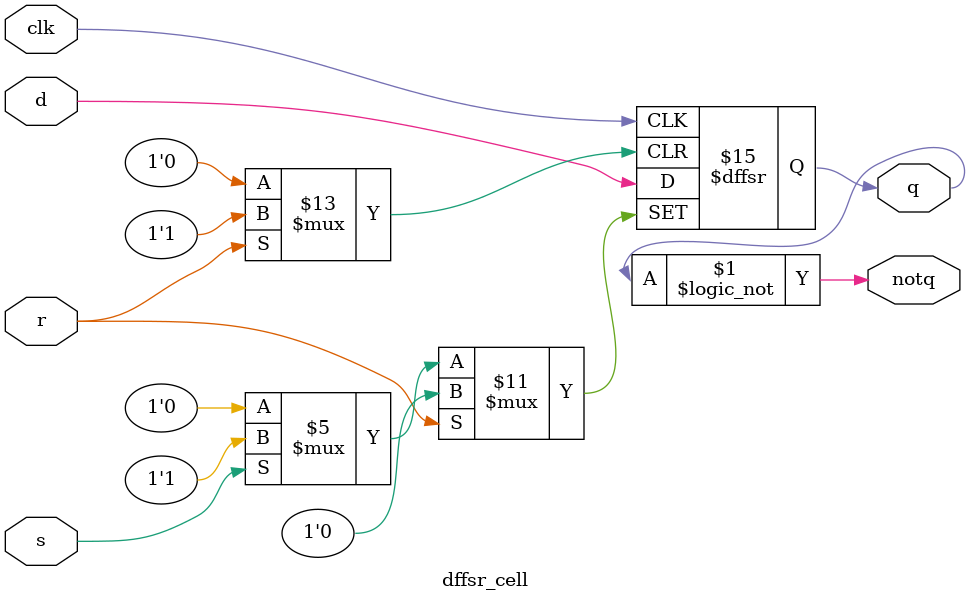
<source format=v>
/*
This file provides the mapping from the Wokwi modules to Verilog HDL

It's only needed for Wokwi designs

*/
`default_nettype none

module buffer_cell (
    input  wire in,
    output wire out
);
  assign out = in;
endmodule

module and_cell (
    input  wire a,
    input  wire b,
    output wire out
);

  assign out = a & b;
endmodule

module or_cell (
    input  wire a,
    input  wire b,
    output wire out
);

  assign out = a | b;
endmodule

module xor_cell (
    input  wire a,
    input  wire b,
    output wire out
);

  assign out = a ^ b;
endmodule

module nand_cell (
    input  wire a,
    input  wire b,
    output wire out
);

  assign out = !(a & b);
endmodule

module not_cell (
    input  wire in,
    output wire out
);

  assign out = !in;
endmodule

module mux_cell (
    input  wire a,
    input  wire b,
    input  wire sel,
    output wire out
);

  assign out = sel ? b : a;
endmodule

module dff_cell (
    input  wire clk,
    input  wire d,
    output reg  q,
    output wire notq
);

  assign notq = !q;
  always @(posedge clk) q <= d;

endmodule

module dffsr_cell (
    input  wire clk,
    input  wire d,
    input  wire s,
    input  wire r,
    output reg  q,
    output wire notq
);

  assign notq = !q;

  always @(posedge clk or posedge s or posedge r) begin
    if (r) q <= 0;
    else if (s) q <= 1;
    else q <= d;
  end
endmodule

</source>
